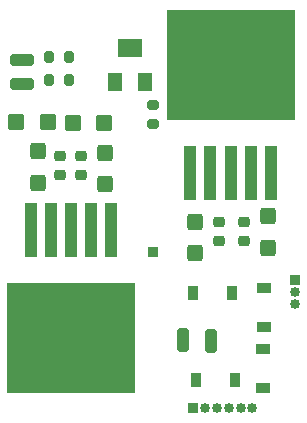
<source format=gbr>
%TF.GenerationSoftware,KiCad,Pcbnew,(6.0.5)*%
%TF.CreationDate,2022-07-19T18:24:44-04:00*%
%TF.ProjectId,torque_motor_design,746f7271-7565-45f6-9d6f-746f725f6465,rev?*%
%TF.SameCoordinates,Original*%
%TF.FileFunction,Soldermask,Top*%
%TF.FilePolarity,Negative*%
%FSLAX46Y46*%
G04 Gerber Fmt 4.6, Leading zero omitted, Abs format (unit mm)*
G04 Created by KiCad (PCBNEW (6.0.5)) date 2022-07-19 18:24:44*
%MOMM*%
%LPD*%
G01*
G04 APERTURE LIST*
G04 Aperture macros list*
%AMRoundRect*
0 Rectangle with rounded corners*
0 $1 Rounding radius*
0 $2 $3 $4 $5 $6 $7 $8 $9 X,Y pos of 4 corners*
0 Add a 4 corners polygon primitive as box body*
4,1,4,$2,$3,$4,$5,$6,$7,$8,$9,$2,$3,0*
0 Add four circle primitives for the rounded corners*
1,1,$1+$1,$2,$3*
1,1,$1+$1,$4,$5*
1,1,$1+$1,$6,$7*
1,1,$1+$1,$8,$9*
0 Add four rect primitives between the rounded corners*
20,1,$1+$1,$2,$3,$4,$5,0*
20,1,$1+$1,$4,$5,$6,$7,0*
20,1,$1+$1,$6,$7,$8,$9,0*
20,1,$1+$1,$8,$9,$2,$3,0*%
G04 Aperture macros list end*
%ADD10RoundRect,0.225000X0.250000X-0.225000X0.250000X0.225000X-0.250000X0.225000X-0.250000X-0.225000X0*%
%ADD11RoundRect,0.250000X0.425000X-0.450000X0.425000X0.450000X-0.425000X0.450000X-0.425000X-0.450000X0*%
%ADD12RoundRect,0.250000X-0.450000X-0.425000X0.450000X-0.425000X0.450000X0.425000X-0.450000X0.425000X0*%
%ADD13R,1.300000X1.600000*%
%ADD14R,2.000000X1.600000*%
%ADD15RoundRect,0.225000X-0.250000X0.225000X-0.250000X-0.225000X0.250000X-0.225000X0.250000X0.225000X0*%
%ADD16RoundRect,0.200000X0.200000X0.275000X-0.200000X0.275000X-0.200000X-0.275000X0.200000X-0.275000X0*%
%ADD17R,1.100000X4.600000*%
%ADD18R,10.800000X9.400000*%
%ADD19RoundRect,0.250000X0.250000X0.750000X-0.250000X0.750000X-0.250000X-0.750000X0.250000X-0.750000X0*%
%ADD20RoundRect,0.200000X-0.200000X-0.275000X0.200000X-0.275000X0.200000X0.275000X-0.200000X0.275000X0*%
%ADD21R,1.200000X0.900000*%
%ADD22RoundRect,0.250000X-0.425000X0.450000X-0.425000X-0.450000X0.425000X-0.450000X0.425000X0.450000X0*%
%ADD23R,0.900000X1.200000*%
%ADD24RoundRect,0.250000X0.750000X-0.250000X0.750000X0.250000X-0.750000X0.250000X-0.750000X-0.250000X0*%
%ADD25RoundRect,0.200000X-0.275000X0.200000X-0.275000X-0.200000X0.275000X-0.200000X0.275000X0.200000X0*%
%ADD26R,0.850000X0.850000*%
%ADD27O,0.850000X0.850000*%
G04 APERTURE END LIST*
D10*
%TO.C,C8*%
X179070000Y-49543000D03*
X179070000Y-47993000D03*
%TD*%
D11*
%TO.C,C6*%
X177165000Y-50245000D03*
X177165000Y-47545000D03*
%TD*%
D12*
%TO.C,C10*%
X180112000Y-45178000D03*
X182812000Y-45178000D03*
%TD*%
D13*
%TO.C,RV1*%
X183742000Y-41718000D03*
D14*
X184992000Y-38818000D03*
D13*
X186242000Y-41718000D03*
%TD*%
D15*
%TO.C,C7*%
X194665600Y-53581000D03*
X194665600Y-55131000D03*
%TD*%
D16*
%TO.C,R6*%
X179793400Y-41503600D03*
X178143400Y-41503600D03*
%TD*%
D17*
%TO.C,U3*%
X190092000Y-49443000D03*
X191792000Y-49443000D03*
X193492000Y-49443000D03*
X195192000Y-49443000D03*
X196892000Y-49443000D03*
D18*
X193492000Y-40293000D03*
%TD*%
D19*
%TO.C,Motor+1*%
X191820800Y-63601600D03*
%TD*%
D15*
%TO.C,C5*%
X192532000Y-53581000D03*
X192532000Y-55131000D03*
%TD*%
D20*
%TO.C,R5*%
X178143400Y-39624000D03*
X179793400Y-39624000D03*
%TD*%
D21*
%TO.C,D7*%
X196242000Y-64268000D03*
X196242000Y-67568000D03*
%TD*%
D12*
%TO.C,C9*%
X175307000Y-45085000D03*
X178007000Y-45085000D03*
%TD*%
D17*
%TO.C,U2*%
X183392000Y-54193000D03*
X181692000Y-54193000D03*
X179992000Y-54193000D03*
X178292000Y-54193000D03*
X176592000Y-54193000D03*
D18*
X179992000Y-63343000D03*
%TD*%
D11*
%TO.C,C4*%
X190500000Y-56214000D03*
X190500000Y-53514000D03*
%TD*%
D22*
%TO.C,C12*%
X196646800Y-53056800D03*
X196646800Y-55756800D03*
%TD*%
D23*
%TO.C,D1*%
X190342000Y-59568000D03*
X193642000Y-59568000D03*
%TD*%
D24*
%TO.C,External_(-12V)1*%
X175798000Y-41862000D03*
%TD*%
%TO.C,External_(+12V)1*%
X175798000Y-39818000D03*
%TD*%
D19*
%TO.C,Motor-1*%
X189492000Y-63568000D03*
%TD*%
D25*
%TO.C,R1*%
X186892000Y-43643000D03*
X186892000Y-45293000D03*
%TD*%
D10*
%TO.C,C11*%
X180848000Y-49543000D03*
X180848000Y-47993000D03*
%TD*%
D21*
%TO.C,D5*%
X196292000Y-59168000D03*
X196292000Y-62468000D03*
%TD*%
D22*
%TO.C,C3*%
X182880000Y-47672000D03*
X182880000Y-50372000D03*
%TD*%
D23*
%TO.C,D6*%
X193877200Y-66903600D03*
X190577200Y-66903600D03*
%TD*%
D26*
%TO.C,header_2*%
X198932800Y-58486800D03*
D27*
X198932800Y-59486800D03*
X198932800Y-60486800D03*
%TD*%
D26*
%TO.C,Current_Sense*%
X186962000Y-56128000D03*
%TD*%
%TO.C,header*%
X190347600Y-69291200D03*
D27*
X191347600Y-69291200D03*
X192347600Y-69291200D03*
X193347600Y-69291200D03*
X194347600Y-69291200D03*
X195347600Y-69291200D03*
%TD*%
M02*

</source>
